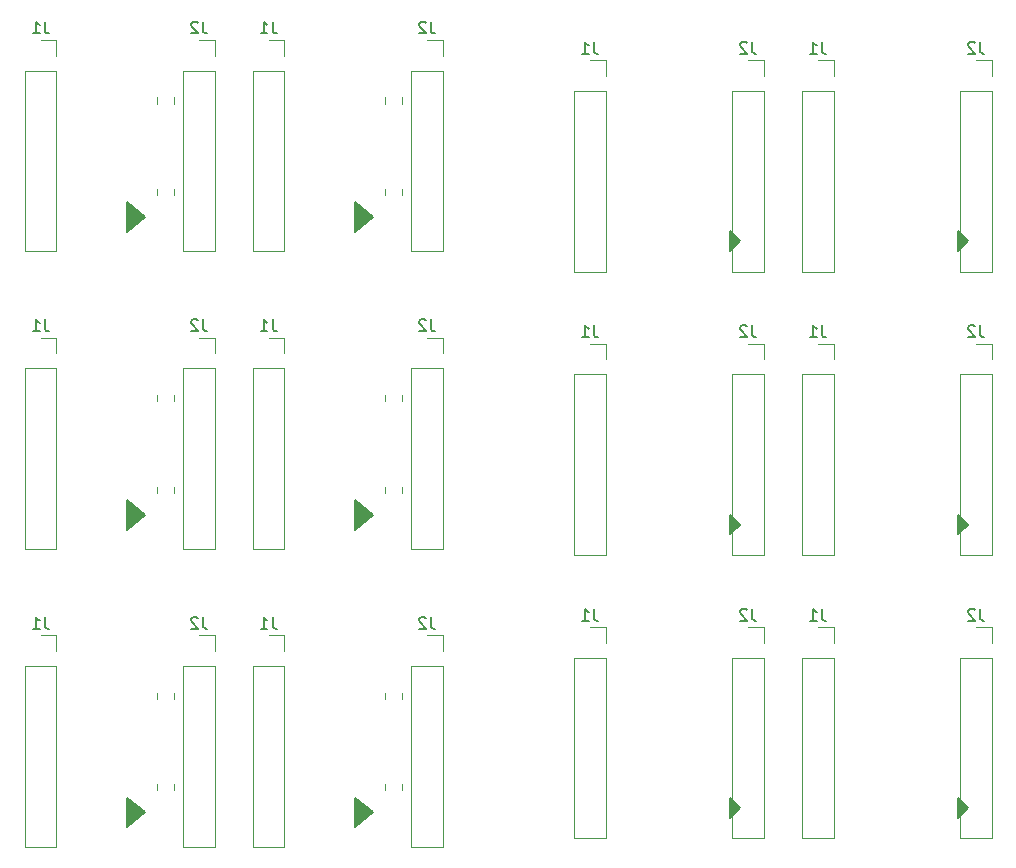
<source format=gbr>
%TF.GenerationSoftware,KiCad,Pcbnew,8.0.4*%
%TF.CreationDate,2024-09-16T10:23:00-03:00*%
%TF.ProjectId,drivers_panelized,64726976-6572-4735-9f70-616e656c697a,rev?*%
%TF.SameCoordinates,Original*%
%TF.FileFunction,Legend,Bot*%
%TF.FilePolarity,Positive*%
%FSLAX46Y46*%
G04 Gerber Fmt 4.6, Leading zero omitted, Abs format (unit mm)*
G04 Created by KiCad (PCBNEW 8.0.4) date 2024-09-16 10:23:00*
%MOMM*%
%LPD*%
G01*
G04 APERTURE LIST*
%ADD10C,0.200000*%
%ADD11C,0.150000*%
%ADD12C,0.120000*%
G04 APERTURE END LIST*
D10*
X111800000Y-74091667D02*
X110336678Y-75341667D01*
X110336678Y-72841667D01*
X111800000Y-74091667D01*
G36*
X111800000Y-74091667D02*
G01*
X110336678Y-75341667D01*
X110336678Y-72841667D01*
X111800000Y-74091667D01*
G37*
X181500000Y-100116667D02*
X180675000Y-100941667D01*
X180675000Y-99291667D01*
X181500000Y-100116667D01*
G36*
X181500000Y-100116667D02*
G01*
X180675000Y-100941667D01*
X180675000Y-99291667D01*
X181500000Y-100116667D01*
G37*
X131100000Y-99291667D02*
X129636678Y-100541667D01*
X129636678Y-98041667D01*
X131100000Y-99291667D01*
G36*
X131100000Y-99291667D02*
G01*
X129636678Y-100541667D01*
X129636678Y-98041667D01*
X131100000Y-99291667D01*
G37*
X111800000Y-124491667D02*
X110336678Y-125741667D01*
X110336678Y-123241667D01*
X111800000Y-124491667D01*
G36*
X111800000Y-124491667D02*
G01*
X110336678Y-125741667D01*
X110336678Y-123241667D01*
X111800000Y-124491667D01*
G37*
X162200000Y-124116667D02*
X161375000Y-124941667D01*
X161375000Y-123291667D01*
X162200000Y-124116667D01*
G36*
X162200000Y-124116667D02*
G01*
X161375000Y-124941667D01*
X161375000Y-123291667D01*
X162200000Y-124116667D01*
G37*
X181500000Y-76116667D02*
X180675000Y-76941667D01*
X180675000Y-75291667D01*
X181500000Y-76116667D01*
G36*
X181500000Y-76116667D02*
G01*
X180675000Y-76941667D01*
X180675000Y-75291667D01*
X181500000Y-76116667D01*
G37*
X181500000Y-124116667D02*
X180675000Y-124941667D01*
X180675000Y-123291667D01*
X181500000Y-124116667D01*
G36*
X181500000Y-124116667D02*
G01*
X180675000Y-124941667D01*
X180675000Y-123291667D01*
X181500000Y-124116667D01*
G37*
X131100000Y-124491667D02*
X129636678Y-125741667D01*
X129636678Y-123241667D01*
X131100000Y-124491667D01*
G36*
X131100000Y-124491667D02*
G01*
X129636678Y-125741667D01*
X129636678Y-123241667D01*
X131100000Y-124491667D01*
G37*
X131100000Y-74091667D02*
X129636678Y-75341667D01*
X129636678Y-72841667D01*
X131100000Y-74091667D01*
G36*
X131100000Y-74091667D02*
G01*
X129636678Y-75341667D01*
X129636678Y-72841667D01*
X131100000Y-74091667D01*
G37*
X111800000Y-99291667D02*
X110336678Y-100541667D01*
X110336678Y-98041667D01*
X111800000Y-99291667D01*
G36*
X111800000Y-99291667D02*
G01*
X110336678Y-100541667D01*
X110336678Y-98041667D01*
X111800000Y-99291667D01*
G37*
X162200000Y-76116667D02*
X161375000Y-76941667D01*
X161375000Y-75291667D01*
X162200000Y-76116667D01*
G36*
X162200000Y-76116667D02*
G01*
X161375000Y-76941667D01*
X161375000Y-75291667D01*
X162200000Y-76116667D01*
G37*
X162200000Y-100116667D02*
X161375000Y-100941667D01*
X161375000Y-99291667D01*
X162200000Y-100116667D01*
G36*
X162200000Y-100116667D02*
G01*
X161375000Y-100941667D01*
X161375000Y-99291667D01*
X162200000Y-100116667D01*
G37*
D11*
X103333333Y-57541486D02*
X103333333Y-58255771D01*
X103333333Y-58255771D02*
X103380952Y-58398628D01*
X103380952Y-58398628D02*
X103476190Y-58493867D01*
X103476190Y-58493867D02*
X103619047Y-58541486D01*
X103619047Y-58541486D02*
X103714285Y-58541486D01*
X102333333Y-58541486D02*
X102904761Y-58541486D01*
X102619047Y-58541486D02*
X102619047Y-57541486D01*
X102619047Y-57541486D02*
X102714285Y-57684343D01*
X102714285Y-57684343D02*
X102809523Y-57779581D01*
X102809523Y-57779581D02*
X102904761Y-57827200D01*
X149833333Y-59251486D02*
X149833333Y-59965771D01*
X149833333Y-59965771D02*
X149880952Y-60108628D01*
X149880952Y-60108628D02*
X149976190Y-60203867D01*
X149976190Y-60203867D02*
X150119047Y-60251486D01*
X150119047Y-60251486D02*
X150214285Y-60251486D01*
X148833333Y-60251486D02*
X149404761Y-60251486D01*
X149119047Y-60251486D02*
X149119047Y-59251486D01*
X149119047Y-59251486D02*
X149214285Y-59394343D01*
X149214285Y-59394343D02*
X149309523Y-59489581D01*
X149309523Y-59489581D02*
X149404761Y-59537200D01*
X169133333Y-59251486D02*
X169133333Y-59965771D01*
X169133333Y-59965771D02*
X169180952Y-60108628D01*
X169180952Y-60108628D02*
X169276190Y-60203867D01*
X169276190Y-60203867D02*
X169419047Y-60251486D01*
X169419047Y-60251486D02*
X169514285Y-60251486D01*
X168133333Y-60251486D02*
X168704761Y-60251486D01*
X168419047Y-60251486D02*
X168419047Y-59251486D01*
X168419047Y-59251486D02*
X168514285Y-59394343D01*
X168514285Y-59394343D02*
X168609523Y-59489581D01*
X168609523Y-59489581D02*
X168704761Y-59537200D01*
X136033333Y-82741486D02*
X136033333Y-83455771D01*
X136033333Y-83455771D02*
X136080952Y-83598628D01*
X136080952Y-83598628D02*
X136176190Y-83693867D01*
X136176190Y-83693867D02*
X136319047Y-83741486D01*
X136319047Y-83741486D02*
X136414285Y-83741486D01*
X135604761Y-82836724D02*
X135557142Y-82789105D01*
X135557142Y-82789105D02*
X135461904Y-82741486D01*
X135461904Y-82741486D02*
X135223809Y-82741486D01*
X135223809Y-82741486D02*
X135128571Y-82789105D01*
X135128571Y-82789105D02*
X135080952Y-82836724D01*
X135080952Y-82836724D02*
X135033333Y-82931962D01*
X135033333Y-82931962D02*
X135033333Y-83027200D01*
X135033333Y-83027200D02*
X135080952Y-83170057D01*
X135080952Y-83170057D02*
X135652380Y-83741486D01*
X135652380Y-83741486D02*
X135033333Y-83741486D01*
X122633333Y-57541486D02*
X122633333Y-58255771D01*
X122633333Y-58255771D02*
X122680952Y-58398628D01*
X122680952Y-58398628D02*
X122776190Y-58493867D01*
X122776190Y-58493867D02*
X122919047Y-58541486D01*
X122919047Y-58541486D02*
X123014285Y-58541486D01*
X121633333Y-58541486D02*
X122204761Y-58541486D01*
X121919047Y-58541486D02*
X121919047Y-57541486D01*
X121919047Y-57541486D02*
X122014285Y-57684343D01*
X122014285Y-57684343D02*
X122109523Y-57779581D01*
X122109523Y-57779581D02*
X122204761Y-57827200D01*
X122633333Y-82741486D02*
X122633333Y-83455771D01*
X122633333Y-83455771D02*
X122680952Y-83598628D01*
X122680952Y-83598628D02*
X122776190Y-83693867D01*
X122776190Y-83693867D02*
X122919047Y-83741486D01*
X122919047Y-83741486D02*
X123014285Y-83741486D01*
X121633333Y-83741486D02*
X122204761Y-83741486D01*
X121919047Y-83741486D02*
X121919047Y-82741486D01*
X121919047Y-82741486D02*
X122014285Y-82884343D01*
X122014285Y-82884343D02*
X122109523Y-82979581D01*
X122109523Y-82979581D02*
X122204761Y-83027200D01*
X169133333Y-83251486D02*
X169133333Y-83965771D01*
X169133333Y-83965771D02*
X169180952Y-84108628D01*
X169180952Y-84108628D02*
X169276190Y-84203867D01*
X169276190Y-84203867D02*
X169419047Y-84251486D01*
X169419047Y-84251486D02*
X169514285Y-84251486D01*
X168133333Y-84251486D02*
X168704761Y-84251486D01*
X168419047Y-84251486D02*
X168419047Y-83251486D01*
X168419047Y-83251486D02*
X168514285Y-83394343D01*
X168514285Y-83394343D02*
X168609523Y-83489581D01*
X168609523Y-83489581D02*
X168704761Y-83537200D01*
X136033333Y-57541486D02*
X136033333Y-58255771D01*
X136033333Y-58255771D02*
X136080952Y-58398628D01*
X136080952Y-58398628D02*
X136176190Y-58493867D01*
X136176190Y-58493867D02*
X136319047Y-58541486D01*
X136319047Y-58541486D02*
X136414285Y-58541486D01*
X135604761Y-57636724D02*
X135557142Y-57589105D01*
X135557142Y-57589105D02*
X135461904Y-57541486D01*
X135461904Y-57541486D02*
X135223809Y-57541486D01*
X135223809Y-57541486D02*
X135128571Y-57589105D01*
X135128571Y-57589105D02*
X135080952Y-57636724D01*
X135080952Y-57636724D02*
X135033333Y-57731962D01*
X135033333Y-57731962D02*
X135033333Y-57827200D01*
X135033333Y-57827200D02*
X135080952Y-57970057D01*
X135080952Y-57970057D02*
X135652380Y-58541486D01*
X135652380Y-58541486D02*
X135033333Y-58541486D01*
X163223333Y-107251486D02*
X163223333Y-107965771D01*
X163223333Y-107965771D02*
X163270952Y-108108628D01*
X163270952Y-108108628D02*
X163366190Y-108203867D01*
X163366190Y-108203867D02*
X163509047Y-108251486D01*
X163509047Y-108251486D02*
X163604285Y-108251486D01*
X162794761Y-107346724D02*
X162747142Y-107299105D01*
X162747142Y-107299105D02*
X162651904Y-107251486D01*
X162651904Y-107251486D02*
X162413809Y-107251486D01*
X162413809Y-107251486D02*
X162318571Y-107299105D01*
X162318571Y-107299105D02*
X162270952Y-107346724D01*
X162270952Y-107346724D02*
X162223333Y-107441962D01*
X162223333Y-107441962D02*
X162223333Y-107537200D01*
X162223333Y-107537200D02*
X162270952Y-107680057D01*
X162270952Y-107680057D02*
X162842380Y-108251486D01*
X162842380Y-108251486D02*
X162223333Y-108251486D01*
X163223333Y-83251486D02*
X163223333Y-83965771D01*
X163223333Y-83965771D02*
X163270952Y-84108628D01*
X163270952Y-84108628D02*
X163366190Y-84203867D01*
X163366190Y-84203867D02*
X163509047Y-84251486D01*
X163509047Y-84251486D02*
X163604285Y-84251486D01*
X162794761Y-83346724D02*
X162747142Y-83299105D01*
X162747142Y-83299105D02*
X162651904Y-83251486D01*
X162651904Y-83251486D02*
X162413809Y-83251486D01*
X162413809Y-83251486D02*
X162318571Y-83299105D01*
X162318571Y-83299105D02*
X162270952Y-83346724D01*
X162270952Y-83346724D02*
X162223333Y-83441962D01*
X162223333Y-83441962D02*
X162223333Y-83537200D01*
X162223333Y-83537200D02*
X162270952Y-83680057D01*
X162270952Y-83680057D02*
X162842380Y-84251486D01*
X162842380Y-84251486D02*
X162223333Y-84251486D01*
X103333333Y-82741486D02*
X103333333Y-83455771D01*
X103333333Y-83455771D02*
X103380952Y-83598628D01*
X103380952Y-83598628D02*
X103476190Y-83693867D01*
X103476190Y-83693867D02*
X103619047Y-83741486D01*
X103619047Y-83741486D02*
X103714285Y-83741486D01*
X102333333Y-83741486D02*
X102904761Y-83741486D01*
X102619047Y-83741486D02*
X102619047Y-82741486D01*
X102619047Y-82741486D02*
X102714285Y-82884343D01*
X102714285Y-82884343D02*
X102809523Y-82979581D01*
X102809523Y-82979581D02*
X102904761Y-83027200D01*
X182523333Y-107251486D02*
X182523333Y-107965771D01*
X182523333Y-107965771D02*
X182570952Y-108108628D01*
X182570952Y-108108628D02*
X182666190Y-108203867D01*
X182666190Y-108203867D02*
X182809047Y-108251486D01*
X182809047Y-108251486D02*
X182904285Y-108251486D01*
X182094761Y-107346724D02*
X182047142Y-107299105D01*
X182047142Y-107299105D02*
X181951904Y-107251486D01*
X181951904Y-107251486D02*
X181713809Y-107251486D01*
X181713809Y-107251486D02*
X181618571Y-107299105D01*
X181618571Y-107299105D02*
X181570952Y-107346724D01*
X181570952Y-107346724D02*
X181523333Y-107441962D01*
X181523333Y-107441962D02*
X181523333Y-107537200D01*
X181523333Y-107537200D02*
X181570952Y-107680057D01*
X181570952Y-107680057D02*
X182142380Y-108251486D01*
X182142380Y-108251486D02*
X181523333Y-108251486D01*
X122633333Y-107941486D02*
X122633333Y-108655771D01*
X122633333Y-108655771D02*
X122680952Y-108798628D01*
X122680952Y-108798628D02*
X122776190Y-108893867D01*
X122776190Y-108893867D02*
X122919047Y-108941486D01*
X122919047Y-108941486D02*
X123014285Y-108941486D01*
X121633333Y-108941486D02*
X122204761Y-108941486D01*
X121919047Y-108941486D02*
X121919047Y-107941486D01*
X121919047Y-107941486D02*
X122014285Y-108084343D01*
X122014285Y-108084343D02*
X122109523Y-108179581D01*
X122109523Y-108179581D02*
X122204761Y-108227200D01*
X169133333Y-107251486D02*
X169133333Y-107965771D01*
X169133333Y-107965771D02*
X169180952Y-108108628D01*
X169180952Y-108108628D02*
X169276190Y-108203867D01*
X169276190Y-108203867D02*
X169419047Y-108251486D01*
X169419047Y-108251486D02*
X169514285Y-108251486D01*
X168133333Y-108251486D02*
X168704761Y-108251486D01*
X168419047Y-108251486D02*
X168419047Y-107251486D01*
X168419047Y-107251486D02*
X168514285Y-107394343D01*
X168514285Y-107394343D02*
X168609523Y-107489581D01*
X168609523Y-107489581D02*
X168704761Y-107537200D01*
X182523333Y-83251486D02*
X182523333Y-83965771D01*
X182523333Y-83965771D02*
X182570952Y-84108628D01*
X182570952Y-84108628D02*
X182666190Y-84203867D01*
X182666190Y-84203867D02*
X182809047Y-84251486D01*
X182809047Y-84251486D02*
X182904285Y-84251486D01*
X182094761Y-83346724D02*
X182047142Y-83299105D01*
X182047142Y-83299105D02*
X181951904Y-83251486D01*
X181951904Y-83251486D02*
X181713809Y-83251486D01*
X181713809Y-83251486D02*
X181618571Y-83299105D01*
X181618571Y-83299105D02*
X181570952Y-83346724D01*
X181570952Y-83346724D02*
X181523333Y-83441962D01*
X181523333Y-83441962D02*
X181523333Y-83537200D01*
X181523333Y-83537200D02*
X181570952Y-83680057D01*
X181570952Y-83680057D02*
X182142380Y-84251486D01*
X182142380Y-84251486D02*
X181523333Y-84251486D01*
X116733333Y-57541486D02*
X116733333Y-58255771D01*
X116733333Y-58255771D02*
X116780952Y-58398628D01*
X116780952Y-58398628D02*
X116876190Y-58493867D01*
X116876190Y-58493867D02*
X117019047Y-58541486D01*
X117019047Y-58541486D02*
X117114285Y-58541486D01*
X116304761Y-57636724D02*
X116257142Y-57589105D01*
X116257142Y-57589105D02*
X116161904Y-57541486D01*
X116161904Y-57541486D02*
X115923809Y-57541486D01*
X115923809Y-57541486D02*
X115828571Y-57589105D01*
X115828571Y-57589105D02*
X115780952Y-57636724D01*
X115780952Y-57636724D02*
X115733333Y-57731962D01*
X115733333Y-57731962D02*
X115733333Y-57827200D01*
X115733333Y-57827200D02*
X115780952Y-57970057D01*
X115780952Y-57970057D02*
X116352380Y-58541486D01*
X116352380Y-58541486D02*
X115733333Y-58541486D01*
X116733333Y-107941486D02*
X116733333Y-108655771D01*
X116733333Y-108655771D02*
X116780952Y-108798628D01*
X116780952Y-108798628D02*
X116876190Y-108893867D01*
X116876190Y-108893867D02*
X117019047Y-108941486D01*
X117019047Y-108941486D02*
X117114285Y-108941486D01*
X116304761Y-108036724D02*
X116257142Y-107989105D01*
X116257142Y-107989105D02*
X116161904Y-107941486D01*
X116161904Y-107941486D02*
X115923809Y-107941486D01*
X115923809Y-107941486D02*
X115828571Y-107989105D01*
X115828571Y-107989105D02*
X115780952Y-108036724D01*
X115780952Y-108036724D02*
X115733333Y-108131962D01*
X115733333Y-108131962D02*
X115733333Y-108227200D01*
X115733333Y-108227200D02*
X115780952Y-108370057D01*
X115780952Y-108370057D02*
X116352380Y-108941486D01*
X116352380Y-108941486D02*
X115733333Y-108941486D01*
X103333333Y-107941486D02*
X103333333Y-108655771D01*
X103333333Y-108655771D02*
X103380952Y-108798628D01*
X103380952Y-108798628D02*
X103476190Y-108893867D01*
X103476190Y-108893867D02*
X103619047Y-108941486D01*
X103619047Y-108941486D02*
X103714285Y-108941486D01*
X102333333Y-108941486D02*
X102904761Y-108941486D01*
X102619047Y-108941486D02*
X102619047Y-107941486D01*
X102619047Y-107941486D02*
X102714285Y-108084343D01*
X102714285Y-108084343D02*
X102809523Y-108179581D01*
X102809523Y-108179581D02*
X102904761Y-108227200D01*
X149833333Y-83251486D02*
X149833333Y-83965771D01*
X149833333Y-83965771D02*
X149880952Y-84108628D01*
X149880952Y-84108628D02*
X149976190Y-84203867D01*
X149976190Y-84203867D02*
X150119047Y-84251486D01*
X150119047Y-84251486D02*
X150214285Y-84251486D01*
X148833333Y-84251486D02*
X149404761Y-84251486D01*
X149119047Y-84251486D02*
X149119047Y-83251486D01*
X149119047Y-83251486D02*
X149214285Y-83394343D01*
X149214285Y-83394343D02*
X149309523Y-83489581D01*
X149309523Y-83489581D02*
X149404761Y-83537200D01*
X149833333Y-107251486D02*
X149833333Y-107965771D01*
X149833333Y-107965771D02*
X149880952Y-108108628D01*
X149880952Y-108108628D02*
X149976190Y-108203867D01*
X149976190Y-108203867D02*
X150119047Y-108251486D01*
X150119047Y-108251486D02*
X150214285Y-108251486D01*
X148833333Y-108251486D02*
X149404761Y-108251486D01*
X149119047Y-108251486D02*
X149119047Y-107251486D01*
X149119047Y-107251486D02*
X149214285Y-107394343D01*
X149214285Y-107394343D02*
X149309523Y-107489581D01*
X149309523Y-107489581D02*
X149404761Y-107537200D01*
X182523333Y-59251486D02*
X182523333Y-59965771D01*
X182523333Y-59965771D02*
X182570952Y-60108628D01*
X182570952Y-60108628D02*
X182666190Y-60203867D01*
X182666190Y-60203867D02*
X182809047Y-60251486D01*
X182809047Y-60251486D02*
X182904285Y-60251486D01*
X182094761Y-59346724D02*
X182047142Y-59299105D01*
X182047142Y-59299105D02*
X181951904Y-59251486D01*
X181951904Y-59251486D02*
X181713809Y-59251486D01*
X181713809Y-59251486D02*
X181618571Y-59299105D01*
X181618571Y-59299105D02*
X181570952Y-59346724D01*
X181570952Y-59346724D02*
X181523333Y-59441962D01*
X181523333Y-59441962D02*
X181523333Y-59537200D01*
X181523333Y-59537200D02*
X181570952Y-59680057D01*
X181570952Y-59680057D02*
X182142380Y-60251486D01*
X182142380Y-60251486D02*
X181523333Y-60251486D01*
X136033333Y-107941486D02*
X136033333Y-108655771D01*
X136033333Y-108655771D02*
X136080952Y-108798628D01*
X136080952Y-108798628D02*
X136176190Y-108893867D01*
X136176190Y-108893867D02*
X136319047Y-108941486D01*
X136319047Y-108941486D02*
X136414285Y-108941486D01*
X135604761Y-108036724D02*
X135557142Y-107989105D01*
X135557142Y-107989105D02*
X135461904Y-107941486D01*
X135461904Y-107941486D02*
X135223809Y-107941486D01*
X135223809Y-107941486D02*
X135128571Y-107989105D01*
X135128571Y-107989105D02*
X135080952Y-108036724D01*
X135080952Y-108036724D02*
X135033333Y-108131962D01*
X135033333Y-108131962D02*
X135033333Y-108227200D01*
X135033333Y-108227200D02*
X135080952Y-108370057D01*
X135080952Y-108370057D02*
X135652380Y-108941486D01*
X135652380Y-108941486D02*
X135033333Y-108941486D01*
X163223333Y-59251486D02*
X163223333Y-59965771D01*
X163223333Y-59965771D02*
X163270952Y-60108628D01*
X163270952Y-60108628D02*
X163366190Y-60203867D01*
X163366190Y-60203867D02*
X163509047Y-60251486D01*
X163509047Y-60251486D02*
X163604285Y-60251486D01*
X162794761Y-59346724D02*
X162747142Y-59299105D01*
X162747142Y-59299105D02*
X162651904Y-59251486D01*
X162651904Y-59251486D02*
X162413809Y-59251486D01*
X162413809Y-59251486D02*
X162318571Y-59299105D01*
X162318571Y-59299105D02*
X162270952Y-59346724D01*
X162270952Y-59346724D02*
X162223333Y-59441962D01*
X162223333Y-59441962D02*
X162223333Y-59537200D01*
X162223333Y-59537200D02*
X162270952Y-59680057D01*
X162270952Y-59680057D02*
X162842380Y-60251486D01*
X162842380Y-60251486D02*
X162223333Y-60251486D01*
X116733333Y-82741486D02*
X116733333Y-83455771D01*
X116733333Y-83455771D02*
X116780952Y-83598628D01*
X116780952Y-83598628D02*
X116876190Y-83693867D01*
X116876190Y-83693867D02*
X117019047Y-83741486D01*
X117019047Y-83741486D02*
X117114285Y-83741486D01*
X116304761Y-82836724D02*
X116257142Y-82789105D01*
X116257142Y-82789105D02*
X116161904Y-82741486D01*
X116161904Y-82741486D02*
X115923809Y-82741486D01*
X115923809Y-82741486D02*
X115828571Y-82789105D01*
X115828571Y-82789105D02*
X115780952Y-82836724D01*
X115780952Y-82836724D02*
X115733333Y-82931962D01*
X115733333Y-82931962D02*
X115733333Y-83027200D01*
X115733333Y-83027200D02*
X115780952Y-83170057D01*
X115780952Y-83170057D02*
X116352380Y-83741486D01*
X116352380Y-83741486D02*
X115733333Y-83741486D01*
D12*
%TO.C,J1*%
X101670000Y-61686667D02*
X104330000Y-61686667D01*
X101670000Y-76986667D02*
X101670000Y-61686667D01*
X101670000Y-76986667D02*
X104330000Y-76986667D01*
X103000000Y-59086667D02*
X104330000Y-59086667D01*
X104330000Y-59086667D02*
X104330000Y-60416667D01*
X104330000Y-76986667D02*
X104330000Y-61686667D01*
%TO.C,C2*%
X112815000Y-122105415D02*
X112815000Y-122627919D01*
X114285000Y-122105415D02*
X114285000Y-122627919D01*
%TO.C,J1*%
X148170000Y-63396667D02*
X150830000Y-63396667D01*
X148170000Y-78696667D02*
X148170000Y-63396667D01*
X148170000Y-78696667D02*
X150830000Y-78696667D01*
X149500000Y-60796667D02*
X150830000Y-60796667D01*
X150830000Y-60796667D02*
X150830000Y-62126667D01*
X150830000Y-78696667D02*
X150830000Y-63396667D01*
%TO.C,C2*%
X132115000Y-122105415D02*
X132115000Y-122627919D01*
X133585000Y-122105415D02*
X133585000Y-122627919D01*
%TO.C,J1*%
X167470000Y-63396667D02*
X170130000Y-63396667D01*
X167470000Y-78696667D02*
X167470000Y-63396667D01*
X167470000Y-78696667D02*
X170130000Y-78696667D01*
X168800000Y-60796667D02*
X170130000Y-60796667D01*
X170130000Y-60796667D02*
X170130000Y-62126667D01*
X170130000Y-78696667D02*
X170130000Y-63396667D01*
%TO.C,J2*%
X134370000Y-86886667D02*
X137030000Y-86886667D01*
X134370000Y-102186667D02*
X134370000Y-86886667D01*
X134370000Y-102186667D02*
X137030000Y-102186667D01*
X135700000Y-84286667D02*
X137030000Y-84286667D01*
X137030000Y-84286667D02*
X137030000Y-85616667D01*
X137030000Y-102186667D02*
X137030000Y-86886667D01*
%TO.C,J1*%
X120970000Y-61686667D02*
X123630000Y-61686667D01*
X120970000Y-76986667D02*
X120970000Y-61686667D01*
X120970000Y-76986667D02*
X123630000Y-76986667D01*
X122300000Y-59086667D02*
X123630000Y-59086667D01*
X123630000Y-59086667D02*
X123630000Y-60416667D01*
X123630000Y-76986667D02*
X123630000Y-61686667D01*
%TO.C,C2*%
X112815000Y-71705415D02*
X112815000Y-72227919D01*
X114285000Y-71705415D02*
X114285000Y-72227919D01*
X132115000Y-71705415D02*
X132115000Y-72227919D01*
X133585000Y-71705415D02*
X133585000Y-72227919D01*
X112815000Y-96905415D02*
X112815000Y-97427919D01*
X114285000Y-96905415D02*
X114285000Y-97427919D01*
%TO.C,J1*%
X120970000Y-86886667D02*
X123630000Y-86886667D01*
X120970000Y-102186667D02*
X120970000Y-86886667D01*
X120970000Y-102186667D02*
X123630000Y-102186667D01*
X122300000Y-84286667D02*
X123630000Y-84286667D01*
X123630000Y-84286667D02*
X123630000Y-85616667D01*
X123630000Y-102186667D02*
X123630000Y-86886667D01*
X167470000Y-87396667D02*
X170130000Y-87396667D01*
X167470000Y-102696667D02*
X167470000Y-87396667D01*
X167470000Y-102696667D02*
X170130000Y-102696667D01*
X168800000Y-84796667D02*
X170130000Y-84796667D01*
X170130000Y-84796667D02*
X170130000Y-86126667D01*
X170130000Y-102696667D02*
X170130000Y-87396667D01*
%TO.C,J2*%
X134370000Y-61686667D02*
X137030000Y-61686667D01*
X134370000Y-76986667D02*
X134370000Y-61686667D01*
X134370000Y-76986667D02*
X137030000Y-76986667D01*
X135700000Y-59086667D02*
X137030000Y-59086667D01*
X137030000Y-59086667D02*
X137030000Y-60416667D01*
X137030000Y-76986667D02*
X137030000Y-61686667D01*
X161560000Y-111396667D02*
X164220000Y-111396667D01*
X161560000Y-126696667D02*
X161560000Y-111396667D01*
X161560000Y-126696667D02*
X164220000Y-126696667D01*
X162890000Y-108796667D02*
X164220000Y-108796667D01*
X164220000Y-108796667D02*
X164220000Y-110126667D01*
X164220000Y-126696667D02*
X164220000Y-111396667D01*
X161560000Y-87396667D02*
X164220000Y-87396667D01*
X161560000Y-102696667D02*
X161560000Y-87396667D01*
X161560000Y-102696667D02*
X164220000Y-102696667D01*
X162890000Y-84796667D02*
X164220000Y-84796667D01*
X164220000Y-84796667D02*
X164220000Y-86126667D01*
X164220000Y-102696667D02*
X164220000Y-87396667D01*
%TO.C,C2*%
X132115000Y-96905415D02*
X132115000Y-97427919D01*
X133585000Y-96905415D02*
X133585000Y-97427919D01*
%TO.C,J1*%
X101670000Y-86886667D02*
X104330000Y-86886667D01*
X101670000Y-102186667D02*
X101670000Y-86886667D01*
X101670000Y-102186667D02*
X104330000Y-102186667D01*
X103000000Y-84286667D02*
X104330000Y-84286667D01*
X104330000Y-84286667D02*
X104330000Y-85616667D01*
X104330000Y-102186667D02*
X104330000Y-86886667D01*
%TO.C,J2*%
X180860000Y-111396667D02*
X183520000Y-111396667D01*
X180860000Y-126696667D02*
X180860000Y-111396667D01*
X180860000Y-126696667D02*
X183520000Y-126696667D01*
X182190000Y-108796667D02*
X183520000Y-108796667D01*
X183520000Y-108796667D02*
X183520000Y-110126667D01*
X183520000Y-126696667D02*
X183520000Y-111396667D01*
%TO.C,J1*%
X120970000Y-112086667D02*
X123630000Y-112086667D01*
X120970000Y-127386667D02*
X120970000Y-112086667D01*
X120970000Y-127386667D02*
X123630000Y-127386667D01*
X122300000Y-109486667D02*
X123630000Y-109486667D01*
X123630000Y-109486667D02*
X123630000Y-110816667D01*
X123630000Y-127386667D02*
X123630000Y-112086667D01*
%TO.C,C1*%
X132115000Y-114355415D02*
X132115000Y-114877919D01*
X133585000Y-114355415D02*
X133585000Y-114877919D01*
%TO.C,J1*%
X167470000Y-111396667D02*
X170130000Y-111396667D01*
X167470000Y-126696667D02*
X167470000Y-111396667D01*
X167470000Y-126696667D02*
X170130000Y-126696667D01*
X168800000Y-108796667D02*
X170130000Y-108796667D01*
X170130000Y-108796667D02*
X170130000Y-110126667D01*
X170130000Y-126696667D02*
X170130000Y-111396667D01*
%TO.C,C1*%
X112815000Y-63955415D02*
X112815000Y-64477919D01*
X114285000Y-63955415D02*
X114285000Y-64477919D01*
%TO.C,J2*%
X180860000Y-87396667D02*
X183520000Y-87396667D01*
X180860000Y-102696667D02*
X180860000Y-87396667D01*
X180860000Y-102696667D02*
X183520000Y-102696667D01*
X182190000Y-84796667D02*
X183520000Y-84796667D01*
X183520000Y-84796667D02*
X183520000Y-86126667D01*
X183520000Y-102696667D02*
X183520000Y-87396667D01*
X115070000Y-61686667D02*
X117730000Y-61686667D01*
X115070000Y-76986667D02*
X115070000Y-61686667D01*
X115070000Y-76986667D02*
X117730000Y-76986667D01*
X116400000Y-59086667D02*
X117730000Y-59086667D01*
X117730000Y-59086667D02*
X117730000Y-60416667D01*
X117730000Y-76986667D02*
X117730000Y-61686667D01*
X115070000Y-112086667D02*
X117730000Y-112086667D01*
X115070000Y-127386667D02*
X115070000Y-112086667D01*
X115070000Y-127386667D02*
X117730000Y-127386667D01*
X116400000Y-109486667D02*
X117730000Y-109486667D01*
X117730000Y-109486667D02*
X117730000Y-110816667D01*
X117730000Y-127386667D02*
X117730000Y-112086667D01*
%TO.C,C1*%
X112815000Y-114355415D02*
X112815000Y-114877919D01*
X114285000Y-114355415D02*
X114285000Y-114877919D01*
%TO.C,J1*%
X101670000Y-112086667D02*
X104330000Y-112086667D01*
X101670000Y-127386667D02*
X101670000Y-112086667D01*
X101670000Y-127386667D02*
X104330000Y-127386667D01*
X103000000Y-109486667D02*
X104330000Y-109486667D01*
X104330000Y-109486667D02*
X104330000Y-110816667D01*
X104330000Y-127386667D02*
X104330000Y-112086667D01*
X148170000Y-87396667D02*
X150830000Y-87396667D01*
X148170000Y-102696667D02*
X148170000Y-87396667D01*
X148170000Y-102696667D02*
X150830000Y-102696667D01*
X149500000Y-84796667D02*
X150830000Y-84796667D01*
X150830000Y-84796667D02*
X150830000Y-86126667D01*
X150830000Y-102696667D02*
X150830000Y-87396667D01*
X148170000Y-111396667D02*
X150830000Y-111396667D01*
X148170000Y-126696667D02*
X148170000Y-111396667D01*
X148170000Y-126696667D02*
X150830000Y-126696667D01*
X149500000Y-108796667D02*
X150830000Y-108796667D01*
X150830000Y-108796667D02*
X150830000Y-110126667D01*
X150830000Y-126696667D02*
X150830000Y-111396667D01*
%TO.C,C1*%
X132115000Y-89155415D02*
X132115000Y-89677919D01*
X133585000Y-89155415D02*
X133585000Y-89677919D01*
X112815000Y-89155415D02*
X112815000Y-89677919D01*
X114285000Y-89155415D02*
X114285000Y-89677919D01*
%TO.C,J2*%
X180860000Y-63396667D02*
X183520000Y-63396667D01*
X180860000Y-78696667D02*
X180860000Y-63396667D01*
X180860000Y-78696667D02*
X183520000Y-78696667D01*
X182190000Y-60796667D02*
X183520000Y-60796667D01*
X183520000Y-60796667D02*
X183520000Y-62126667D01*
X183520000Y-78696667D02*
X183520000Y-63396667D01*
X134370000Y-112086667D02*
X137030000Y-112086667D01*
X134370000Y-127386667D02*
X134370000Y-112086667D01*
X134370000Y-127386667D02*
X137030000Y-127386667D01*
X135700000Y-109486667D02*
X137030000Y-109486667D01*
X137030000Y-109486667D02*
X137030000Y-110816667D01*
X137030000Y-127386667D02*
X137030000Y-112086667D01*
X161560000Y-63396667D02*
X164220000Y-63396667D01*
X161560000Y-78696667D02*
X161560000Y-63396667D01*
X161560000Y-78696667D02*
X164220000Y-78696667D01*
X162890000Y-60796667D02*
X164220000Y-60796667D01*
X164220000Y-60796667D02*
X164220000Y-62126667D01*
X164220000Y-78696667D02*
X164220000Y-63396667D01*
X115070000Y-86886667D02*
X117730000Y-86886667D01*
X115070000Y-102186667D02*
X115070000Y-86886667D01*
X115070000Y-102186667D02*
X117730000Y-102186667D01*
X116400000Y-84286667D02*
X117730000Y-84286667D01*
X117730000Y-84286667D02*
X117730000Y-85616667D01*
X117730000Y-102186667D02*
X117730000Y-86886667D01*
%TO.C,C1*%
X132115000Y-63955415D02*
X132115000Y-64477919D01*
X133585000Y-63955415D02*
X133585000Y-64477919D01*
%TD*%
M02*

</source>
